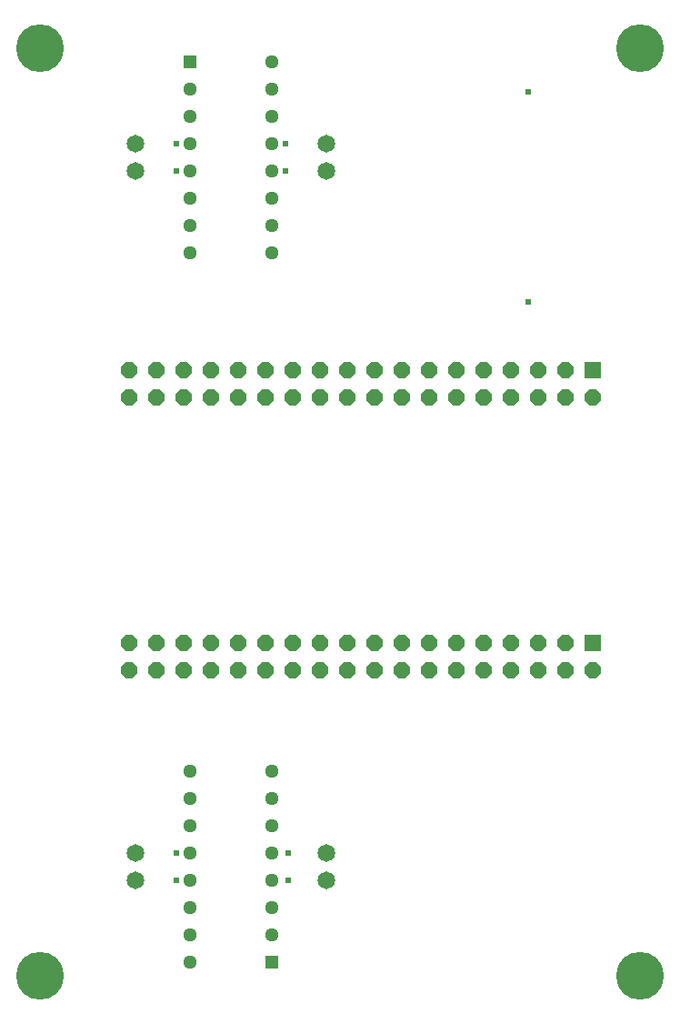
<source format=gbr>
G04 EAGLE Gerber RS-274X export*
G75*
%MOMM*%
%FSLAX34Y34*%
%LPD*%
%INBottom Copper*%
%IPPOS*%
%AMOC8*
5,1,8,0,0,1.08239X$1,22.5*%
G01*
%ADD10R,1.524000X1.524000*%
%ADD11P,1.649562X8X202.500000*%
%ADD12C,1.651000*%
%ADD13R,1.295400X1.295400*%
%ADD14C,1.295400*%
%ADD15C,4.445000*%
%ADD16C,0.609600*%


D10*
X553040Y602240D03*
D11*
X553040Y576840D03*
X527640Y602240D03*
X527640Y576840D03*
X502240Y602240D03*
X502240Y576840D03*
X476840Y602240D03*
X476840Y576840D03*
X451440Y602240D03*
X451440Y576840D03*
X426040Y602240D03*
X426040Y576840D03*
X400640Y602240D03*
X400640Y576840D03*
X375240Y602240D03*
X375240Y576840D03*
X349840Y602240D03*
X349840Y576840D03*
X324440Y602240D03*
X324440Y576840D03*
X299040Y602240D03*
X299040Y576840D03*
X273640Y602240D03*
X273640Y576840D03*
X248240Y602240D03*
X248240Y576840D03*
X222840Y602240D03*
X222840Y576840D03*
X197440Y602240D03*
X197440Y576840D03*
X172040Y602240D03*
X172040Y576840D03*
X146640Y602240D03*
X146640Y576840D03*
X121240Y602240D03*
X121240Y576840D03*
D10*
X553040Y348240D03*
D11*
X553040Y322840D03*
X527640Y348240D03*
X527640Y322840D03*
X502240Y348240D03*
X502240Y322840D03*
X476840Y348240D03*
X476840Y322840D03*
X451440Y348240D03*
X451440Y322840D03*
X426040Y348240D03*
X426040Y322840D03*
X400640Y348240D03*
X400640Y322840D03*
X375240Y348240D03*
X375240Y322840D03*
X349840Y348240D03*
X349840Y322840D03*
X324440Y348240D03*
X324440Y322840D03*
X299040Y348240D03*
X299040Y322840D03*
X273640Y348240D03*
X273640Y322840D03*
X248240Y348240D03*
X248240Y322840D03*
X222840Y348240D03*
X222840Y322840D03*
X197440Y348240D03*
X197440Y322840D03*
X172040Y348240D03*
X172040Y322840D03*
X146640Y348240D03*
X146640Y322840D03*
X121240Y348240D03*
X121240Y322840D03*
D12*
X304800Y812800D03*
X304800Y787400D03*
X127000Y127000D03*
X127000Y152400D03*
X304800Y127000D03*
X304800Y152400D03*
X127000Y812800D03*
X127000Y787400D03*
D13*
X254000Y50800D03*
D14*
X254000Y76200D03*
X254000Y101600D03*
X254000Y127000D03*
X254000Y152400D03*
X254000Y177800D03*
X254000Y203200D03*
X254000Y228600D03*
X177800Y228600D03*
X177800Y203200D03*
X177800Y177800D03*
X177800Y152400D03*
X177800Y127000D03*
X177800Y101600D03*
X177800Y76200D03*
X177800Y50800D03*
D13*
X177800Y889000D03*
D14*
X177800Y863600D03*
X177800Y838200D03*
X177800Y812800D03*
X177800Y787400D03*
X177800Y762000D03*
X177800Y736600D03*
X177800Y711200D03*
X254000Y711200D03*
X254000Y736600D03*
X254000Y762000D03*
X254000Y787400D03*
X254000Y812800D03*
X254000Y838200D03*
X254000Y863600D03*
X254000Y889000D03*
D15*
X38100Y38100D03*
X596900Y38100D03*
X596900Y901700D03*
X38100Y901700D03*
D16*
X269240Y127000D03*
X269240Y152400D03*
X165100Y152400D03*
X165100Y127000D03*
X165100Y787400D03*
X165100Y812800D03*
X266700Y812800D03*
X266700Y787400D03*
X492760Y665480D03*
X492760Y861060D03*
M02*

</source>
